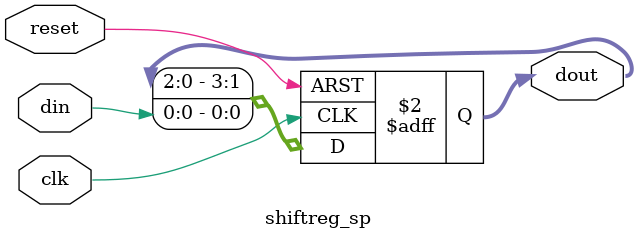
<source format=v>
module shiftreg_sp(output reg [3:0] dout, input clk, reset, din);
    always @(posedge clk, posedge reset)
    begin
        if(reset)
            dout <= 4'b0;
        else
            dout <= {dout[2:0], din};
    end
endmodule
</source>
